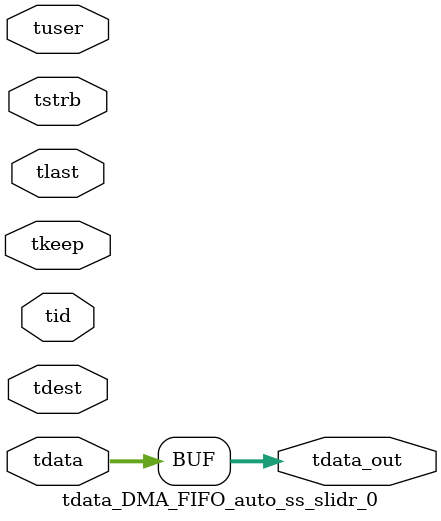
<source format=v>


`timescale 1ps/1ps

module tdata_DMA_FIFO_auto_ss_slidr_0 #
(
parameter C_S_AXIS_TDATA_WIDTH = 32,
parameter C_S_AXIS_TUSER_WIDTH = 0,
parameter C_S_AXIS_TID_WIDTH   = 0,
parameter C_S_AXIS_TDEST_WIDTH = 0,
parameter C_M_AXIS_TDATA_WIDTH = 32
)
(
input  [(C_S_AXIS_TDATA_WIDTH == 0 ? 1 : C_S_AXIS_TDATA_WIDTH)-1:0     ] tdata,
input  [(C_S_AXIS_TUSER_WIDTH == 0 ? 1 : C_S_AXIS_TUSER_WIDTH)-1:0     ] tuser,
input  [(C_S_AXIS_TID_WIDTH   == 0 ? 1 : C_S_AXIS_TID_WIDTH)-1:0       ] tid,
input  [(C_S_AXIS_TDEST_WIDTH == 0 ? 1 : C_S_AXIS_TDEST_WIDTH)-1:0     ] tdest,
input  [(C_S_AXIS_TDATA_WIDTH/8)-1:0 ] tkeep,
input  [(C_S_AXIS_TDATA_WIDTH/8)-1:0 ] tstrb,
input                                                                    tlast,
output [C_M_AXIS_TDATA_WIDTH-1:0] tdata_out
);

assign tdata_out = {tdata[31:0]};

endmodule


</source>
